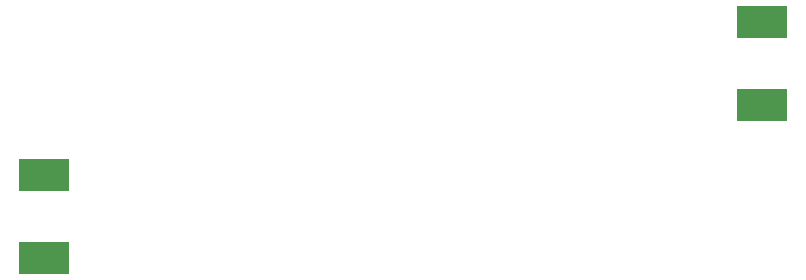
<source format=gbr>
G04 EAGLE Gerber RS-274X export*
G75*
%MOMM*%
%FSLAX34Y34*%
%LPD*%
%INSolderpaste Bottom*%
%IPPOS*%
%AMOC8*
5,1,8,0,0,1.08239X$1,22.5*%
G01*
%ADD10R,4.191000X2.667000*%


D10*
X21154Y102214D03*
X21154Y172106D03*
X629086Y301646D03*
X629086Y231754D03*
M02*

</source>
